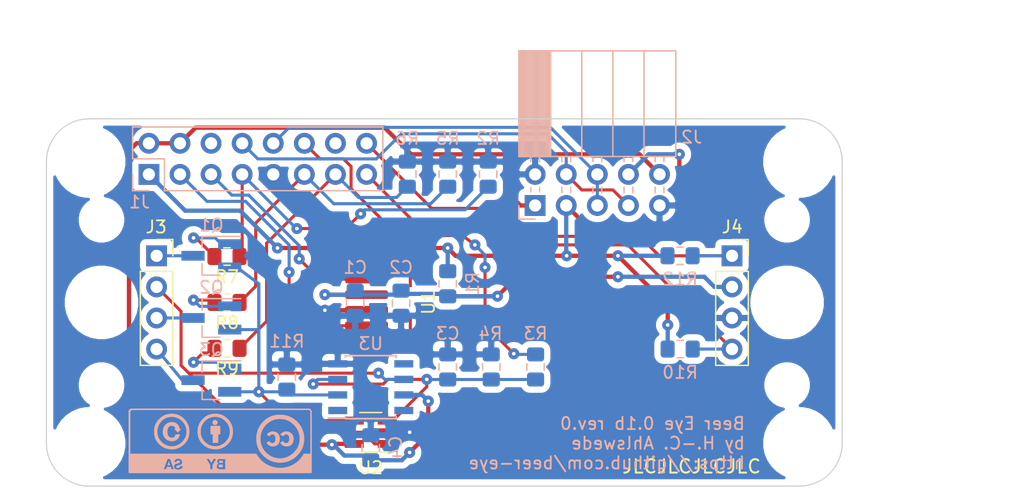
<source format=kicad_pcb>
(kicad_pcb (version 20171130) (host pcbnew 5.1.0)
  (layers (0 F.Cu signal) (31 B.Cu signal) (34 B.Paste user) (35 F.Paste user) (36 B.SilkS user) (37 F.SilkS user) (38 B.Mask user) (39 F.Mask user) (44 Edge.Cuts user))
  (net 0 "")
  (net 1 GND)
  (net 2 +3.3VADC)
  (net 3 +3V3)
  (net 4 +5V)
  (net 5 SDA1)
  (net 6 SCL1)
  (net 7 SDA2)
  (net 8 SCL2)
  (net 9 LED_CURRENT)
  (net 10 "Net-(Q1-Pad2)")
  (net 11 LED1)
  (net 12 LED2)
  (net 13 LED3)
  (net 14 "Net-(Q1-Pad1)")
  (net 15 "Net-(Q2-Pad1)")
  (net 16 "Net-(Q3-Pad1)")
  (net 17 TXD)
  (net 18 RXD)
  (net 19 "Net-(C3-Pad2)")
  (net 20 "Net-(J3-Pad1)")
  (net 21 "Net-(J3-Pad2)")
  (net 22 "Net-(J3-Pad3)")
  (net 23 "Net-(J3-Pad4)")
  (module Photometer:Photometer (layer F.Cu) (at 140.75 115 180)
    (fp_text reference A1 hide)
    (fp_text value Photometer)
    (pad "" np_thru_hole circle (at 36.25 -6.75 180) (size 2.7 2.7) (drill 2.7) (layers *.Cu *.Mask) (clearance 0.001))
    (pad "" np_thru_hole circle (at 36.25 6.75 180) (size 2.7 2.7) (drill 2.7) (layers *.Cu *.Mask) (clearance 0.001))
    (pad "" np_thru_hole circle (at -19.75 6.75 180) (size 2.7 2.7) (drill 2.7) (layers *.Cu *.Mask) (clearance 0.001))
    (pad "" np_thru_hole circle (at -19.75 -6.75 180) (size 2.7 2.7) (drill 2.7) (layers *.Cu *.Mask) (clearance 0.001))
    (pad "" np_thru_hole circle (at -19.75 0 180) (size 2.7 2.7) (drill 2.7) (layers *.Mask B.Cu) (clearance 1.65))
    (pad "" np_thru_hole circle (at 36.25 0 180) (size 2.7 2.7) (drill 2.7) (layers *.Mask B.Cu) (clearance 1.65))
  )
  (module Connector_PinSocket_2.54mm:PinSocket_2x05_P2.54mm_Horizontal (layer B.Cu) (at 139.92 107.08 270)
    (fp_text reference J2 (at -5.58 -12.78) (layer B.SilkS) (effects (justify mirror)))
    (fp_text value Extension)
    (pad 1 thru_hole rect (at 0 0 270) (size 1.7 1.7) (drill 1) (layers *.Cu *.Mask) (net 4 +5V))
    (pad 2 thru_hole oval (at -2.54 0 270) (size 1.7 1.7) (drill 1) (layers *.Cu *.Mask) (net 1 GND))
    (pad 3 thru_hole oval (at 0 -2.54 270) (size 1.7 1.7) (drill 1) (layers *.Cu *.Mask) (net 3 +3V3))
    (pad 4 thru_hole oval (at -2.54 -2.54 270) (size 1.7 1.7) (drill 1) (layers *.Cu *.Mask) (net 17 TXD))
    (pad 5 thru_hole oval (at 0 -5.08 270) (size 1.7 1.7) (drill 1) (layers *.Cu *.Mask) (net 18 RXD))
    (pad 6 thru_hole oval (at -2.54 -5.08 270) (size 1.7 1.7) (drill 1) (layers *.Cu *.Mask) (net 18 RXD))
    (pad 7 thru_hole oval (at 0 -7.62 270) (size 1.7 1.7) (drill 1) (layers *.Cu *.Mask) (net 17 TXD))
    (pad 8 thru_hole oval (at -2.54 -7.62 270) (size 1.7 1.7) (drill 1) (layers *.Cu *.Mask) (net 3 +3V3))
    (pad 9 thru_hole oval (at 0 -10.16 270) (size 1.7 1.7) (drill 1) (layers *.Cu *.Mask) (net 1 GND))
    (pad 10 thru_hole oval (at -2.54 -10.16 270) (size 1.7 1.7) (drill 1) (layers *.Cu *.Mask) (net 4 +5V))
  )
  (module Capacitor_SMD:C_0805_2012Metric_Pad1.15x1.40mm_HandSolder (layer B.Cu) (at 125.222 115.062 90)
    (fp_text reference C1 (at 2.921 0 180) (layer B.SilkS) (effects (justify mirror)))
    (fp_text value 100n)
    (pad 1 smd roundrect (at -1.025 0 90) (size 1.15 1.4) (layers B.Cu B.Paste B.Mask) (roundrect_rratio 0.217391) (net 1 GND))
    (pad 2 smd roundrect (at 1.025 0 90) (size 1.15 1.4) (layers B.Cu B.Paste B.Mask) (roundrect_rratio 0.217391) (net 2 +3.3VADC))
  )
  (module Capacitor_SMD:C_0805_2012Metric_Pad1.15x1.40mm_HandSolder (layer B.Cu) (at 128.9685 115.062 90)
    (fp_text reference C2 (at 2.921 0 -180) (layer B.SilkS) (effects (justify mirror)))
    (fp_text value 10u)
    (pad 1 smd roundrect (at -1.025 0 90) (size 1.15 1.4) (layers B.Cu B.Paste B.Mask) (roundrect_rratio 0.217391) (net 1 GND))
    (pad 2 smd roundrect (at 1.025 0 90) (size 1.15 1.4) (layers B.Cu B.Paste B.Mask) (roundrect_rratio 0.217391) (net 2 +3.3VADC))
  )
  (module Capacitor_SMD:C_0805_2012Metric_Pad1.15x1.40mm_HandSolder (layer B.Cu) (at 132.7785 120.269 270)
    (fp_text reference C3 (at -2.7305 0) (layer B.SilkS) (effects (justify mirror)))
    (fp_text value 10u)
    (pad 2 smd roundrect (at 1.025 0 270) (size 1.15 1.4) (layers B.Cu B.Paste B.Mask) (roundrect_rratio 0.217391) (net 19 "Net-(C3-Pad2)"))
    (pad 1 smd roundrect (at -1.025 0 270) (size 1.15 1.4) (layers B.Cu B.Paste B.Mask) (roundrect_rratio 0.217391) (net 1 GND))
  )
  (module Capacitor_SMD:C_0805_2012Metric_Pad1.15x1.40mm_HandSolder (layer B.Cu) (at 126.492 126.864 90)
    (fp_text reference C4 (at 0 2.032 90) (layer B.SilkS) (effects (justify mirror)))
    (fp_text value 100n)
    (pad 1 smd roundrect (at -1.025 0 90) (size 1.15 1.4) (layers B.Cu B.Paste B.Mask) (roundrect_rratio 0.217391) (net 4 +5V))
    (pad 2 smd roundrect (at 1.025 0 90) (size 1.15 1.4) (layers B.Cu B.Paste B.Mask) (roundrect_rratio 0.217391) (net 1 GND))
  )
  (module Resistor_SMD:R_0805_2012Metric_Pad1.15x1.40mm_HandSolder (layer B.Cu) (at 132.7785 113.4745 270)
    (fp_text reference R1 (at 0 -2.032 90) (layer B.SilkS) (effects (justify mirror)))
    (fp_text value 15)
    (pad 1 smd roundrect (at -1.025 0 270) (size 1.15 1.4) (layers B.Cu B.Paste B.Mask) (roundrect_rratio 0.217391) (net 3 +3V3))
    (pad 2 smd roundrect (at 1.025 0 270) (size 1.15 1.4) (layers B.Cu B.Paste B.Mask) (roundrect_rratio 0.217391) (net 2 +3.3VADC))
  )
  (module Resistor_SMD:R_0805_2012Metric_Pad1.15x1.40mm_HandSolder (layer B.Cu) (at 139.954 120.269 270)
    (fp_text reference R3 (at -2.7305 0) (layer B.SilkS) (effects (justify mirror)))
    (fp_text value 33k)
    (pad 1 smd roundrect (at -1.025 0 270) (size 1.15 1.4) (layers B.Cu B.Paste B.Mask) (roundrect_rratio 0.217391) (net 9 LED_CURRENT))
    (pad 2 smd roundrect (at 1.025 0 270) (size 1.15 1.4) (layers B.Cu B.Paste B.Mask) (roundrect_rratio 0.217391) (net 19 "Net-(C3-Pad2)"))
  )
  (module Resistor_SMD:R_0805_2012Metric_Pad1.15x1.40mm_HandSolder (layer B.Cu) (at 136.3345 120.269 90)
    (fp_text reference R4 (at 2.7305 -0.0635 180) (layer B.SilkS) (effects (justify mirror)))
    (fp_text value 3.3k)
    (pad 2 smd roundrect (at 1.025 0 90) (size 1.15 1.4) (layers B.Cu B.Paste B.Mask) (roundrect_rratio 0.217391) (net 1 GND))
    (pad 1 smd roundrect (at -1.025 0 90) (size 1.15 1.4) (layers B.Cu B.Paste B.Mask) (roundrect_rratio 0.217391) (net 19 "Net-(C3-Pad2)"))
  )
  (module Resistor_SMD:R_0805_2012Metric_Pad1.15x1.40mm_HandSolder (layer B.Cu) (at 119.634 121.0945 90)
    (fp_text reference R11 (at 2.921 0 180) (layer B.SilkS) (effects (justify mirror)))
    (fp_text value 15)
    (pad 2 smd roundrect (at 1.025 0 90) (size 1.15 1.4) (layers B.Cu B.Paste B.Mask) (roundrect_rratio 0.217391) (net 1 GND))
    (pad 1 smd roundrect (at -1.025 0 90) (size 1.15 1.4) (layers B.Cu B.Paste B.Mask) (roundrect_rratio 0.217391) (net 10 "Net-(Q1-Pad2)"))
  )
  (module MountingHole:MountingHole_2.7mm_M2.5 (layer F.Cu) (at 103.5 103.5)
    (fp_text reference MH1 hide)
    (fp_text value "MountingHole M2.5")
    (pad "" np_thru_hole circle (at 0 0) (size 2.7 2.7) (drill 2.7) (layers *.Cu *.Mask) (clearance 1.6))
  )
  (module MountingHole:MountingHole_2.7mm_M2.5 (layer F.Cu) (at 161.5 103.5)
    (fp_text reference MH2 hide)
    (fp_text value "MountingHole M2.5")
    (pad "" np_thru_hole circle (at 0 0) (size 2.7 2.7) (drill 2.7) (layers *.Cu *.Mask) (clearance 1.6))
  )
  (module MountingHole:MountingHole_2.7mm_M2.5 (layer F.Cu) (at 161.5 126.5)
    (fp_text reference MH3 hide)
    (fp_text value "MountingHole M2.5")
    (pad "" np_thru_hole circle (at 0 0) (size 2.7 2.7) (drill 2.7) (layers *.Cu *.Mask) (clearance 1.6))
  )
  (module MountingHole:MountingHole_2.7mm_M2.5 (layer F.Cu) (at 103.5 126.5)
    (fp_text reference MH4 hide)
    (fp_text value "MountingHole M2.5")
    (pad "" np_thru_hole circle (at 0 0) (size 2.7 2.7) (drill 2.7) (layers *.Cu *.Mask) (clearance 1.6))
  )
  (module Resistor_SMD:R_0805_2012Metric_Pad1.15x1.40mm_HandSolder (layer B.Cu) (at 151.765 118.8085)
    (fp_text reference R10 (at 0 1.905) (layer B.SilkS) (effects (justify mirror)))
    (fp_text value 3.3k)
    (pad 2 smd roundrect (at 1.025 0) (size 1.15 1.4) (layers B.Cu B.Paste B.Mask) (roundrect_rratio 0.217391) (net 5 SDA1))
    (pad 1 smd roundrect (at -1.025 0) (size 1.15 1.4) (layers B.Cu B.Paste B.Mask) (roundrect_rratio 0.217391) (net 3 +3V3))
  )
  (module Resistor_SMD:R_0805_2012Metric_Pad1.15x1.40mm_HandSolder (layer B.Cu) (at 151.756 111.1885)
    (fp_text reference R12 (at 0 1.905) (layer B.SilkS) (effects (justify mirror)))
    (fp_text value 3.3k)
    (pad 1 smd roundrect (at -1.025 0) (size 1.15 1.4) (layers B.Cu B.Paste B.Mask) (roundrect_rratio 0.217391) (net 3 +3V3))
    (pad 2 smd roundrect (at 1.025 0) (size 1.15 1.4) (layers B.Cu B.Paste B.Mask) (roundrect_rratio 0.217391) (net 6 SCL1))
  )
  (module Connector_PinSocket_2.54mm:PinSocket_2x08_P2.54mm_Vertical (layer B.Cu) (at 108.37 104.54 270)
    (fp_text reference J1 (at 2.26 0.77) (layer B.SilkS) (effects (justify mirror)))
    (fp_text value RaspberryPi)
    (pad 1 thru_hole rect (at 0 0 270) (size 1.7 1.7) (drill 1) (layers *.Cu *.Mask) (net 3 +3V3))
    (pad 2 thru_hole oval (at -2.54 0 270) (size 1.7 1.7) (drill 1) (layers *.Cu *.Mask) (net 4 +5V))
    (pad 3 thru_hole oval (at 0 -2.54 270) (size 1.7 1.7) (drill 1) (layers *.Cu *.Mask) (net 7 SDA2))
    (pad 4 thru_hole oval (at -2.54 -2.54 270) (size 1.7 1.7) (drill 1) (layers *.Cu *.Mask) (net 4 +5V))
    (pad 5 thru_hole oval (at 0 -5.08 270) (size 1.7 1.7) (drill 1) (layers *.Cu *.Mask) (net 8 SCL2))
    (pad 6 thru_hole oval (at -2.54 -5.08 270) (size 1.7 1.7) (drill 1) (layers *.Cu *.Mask))
    (pad 7 thru_hole oval (at 0 -7.62 270) (size 1.7 1.7) (drill 1) (layers *.Cu *.Mask) (net 11 LED1))
    (pad 8 thru_hole oval (at -2.54 -7.62 270) (size 1.7 1.7) (drill 1) (layers *.Cu *.Mask) (net 17 TXD))
    (pad 9 thru_hole oval (at 0 -10.16 270) (size 1.7 1.7) (drill 1) (layers *.Cu *.Mask) (net 1 GND))
    (pad 10 thru_hole oval (at -2.54 -10.16 270) (size 1.7 1.7) (drill 1) (layers *.Cu *.Mask) (net 18 RXD))
    (pad 11 thru_hole oval (at 0 -12.7 270) (size 1.7 1.7) (drill 1) (layers *.Cu *.Mask) (net 12 LED2))
    (pad 12 thru_hole oval (at -2.54 -12.7 270) (size 1.7 1.7) (drill 1) (layers *.Cu *.Mask) (net 9 LED_CURRENT))
    (pad 13 thru_hole oval (at 0 -15.24 270) (size 1.7 1.7) (drill 1) (layers *.Cu *.Mask) (net 13 LED3))
    (pad 14 thru_hole oval (at -2.54 -15.24 270) (size 1.7 1.7) (drill 1) (layers *.Cu *.Mask))
    (pad 15 thru_hole oval (at 0 -17.78 270) (size 1.7 1.7) (drill 1) (layers *.Cu *.Mask) (net 5 SDA1))
    (pad 16 thru_hole oval (at -2.54 -17.78 270) (size 1.7 1.7) (drill 1) (layers *.Cu *.Mask) (net 6 SCL1))
  )
  (module VEML:VEML7700_HandSoldering (layer F.Cu) (at 128.45 115 90)
    (fp_text reference U1 (at 0 2.75 90) (layer F.SilkS))
    (fp_text value VEML7700)
    (pad ~ smd rect (at 2.5 1.275 90) (size 2.5 0.25) (layers F.Cu F.Paste F.Mask))
    (pad ~ smd rect (at -2.5 1.275 90) (size 2.5 0.25) (layers F.Cu F.Paste F.Mask))
    (pad ~ smd rect (at 3.625 -0.45 90) (size 0.25 3.35) (drill (offset 0 0.175)) (layers F.Cu F.Paste F.Mask))
    (pad ~ smd rect (at -3.625 -0.45 90) (size 0.25 3.35) (drill (offset 0 0.175)) (layers F.Cu F.Paste F.Mask))
    (pad 1 smd roundrect (at 1.905 -1.95 90) (size 0.7 3.5) (drill (offset 0 -0.35)) (layers F.Cu F.Paste F.Mask) (net 8 SCL2))
    (pad 2 smd roundrect (at 0.635 -1.95 90) (size 0.7 3.5) (drill (offset 0 -0.35)) (layers F.Cu F.Paste F.Mask) (net 2 +3.3VADC))
    (pad 4 smd roundrect (at -1.905 -1.95 90) (size 0.7 3.5) (drill (offset 0 -0.35)) (layers F.Cu F.Paste F.Mask) (net 7 SDA2))
    (pad 3 smd roundrect (at -0.635 -1.95 90) (size 0.7 3.5) (drill (offset 0 -0.35)) (layers F.Cu F.Paste F.Mask) (net 1 GND))
  )
  (module Connector_PinSocket_2.54mm:PinSocket_1x04_P2.54mm_Vertical (layer F.Cu) (at 109 111.19)
    (fp_text reference J3 (at -0.034 -2.351) (layer F.SilkS))
    (fp_text value RGB_LED)
    (pad 1 thru_hole rect (at 0 0) (size 1.7 1.7) (drill 1) (layers *.Cu *.Mask) (net 20 "Net-(J3-Pad1)"))
    (pad 2 thru_hole oval (at 0 2.54) (size 1.7 1.7) (drill 1) (layers *.Cu *.Mask) (net 21 "Net-(J3-Pad2)"))
    (pad 3 thru_hole oval (at 0 5.08) (size 1.7 1.7) (drill 1) (layers *.Cu *.Mask) (net 22 "Net-(J3-Pad3)"))
    (pad 4 thru_hole oval (at 0 7.62) (size 1.7 1.7) (drill 1) (layers *.Cu *.Mask) (net 23 "Net-(J3-Pad4)"))
  )
  (module Connector_PinSocket_2.54mm:PinSocket_1x04_P2.54mm_Vertical (layer F.Cu) (at 156 111.19)
    (fp_text reference J4 (at 0.0195 -2.351) (layer F.SilkS))
    (fp_text value TransSensor)
    (pad 1 thru_hole rect (at 0 0) (size 1.7 1.7) (drill 1) (layers *.Cu *.Mask) (net 6 SCL1))
    (pad 2 thru_hole oval (at 0 2.54) (size 1.7 1.7) (drill 1) (layers *.Cu *.Mask) (net 2 +3.3VADC))
    (pad 3 thru_hole oval (at 0 5.08) (size 1.7 1.7) (drill 1) (layers *.Cu *.Mask) (net 1 GND))
    (pad 4 thru_hole oval (at 0 7.62) (size 1.7 1.7) (drill 1) (layers *.Cu *.Mask) (net 5 SDA1))
  )
  (module Package_TO_SOT_SMD:SOT-23_Handsoldering (layer B.Cu) (at 113.4745 111.1885 180)
    (fp_text reference Q1 (at 0 2.5 180) (layer B.SilkS) (effects (justify mirror)))
    (fp_text value CPH3456)
    (pad 1 smd rect (at -1.5 0.95 180) (size 1.9 0.8) (layers B.Cu B.Paste B.Mask) (net 14 "Net-(Q1-Pad1)"))
    (pad 2 smd rect (at -1.5 -0.95 180) (size 1.9 0.8) (layers B.Cu B.Paste B.Mask) (net 10 "Net-(Q1-Pad2)"))
    (pad 3 smd rect (at 1.5 0 180) (size 1.9 0.8) (layers B.Cu B.Paste B.Mask) (net 20 "Net-(J3-Pad1)"))
  )
  (module Package_TO_SOT_SMD:SOT-23_Handsoldering (layer B.Cu) (at 113.4745 116.2685 180)
    (fp_text reference Q2 (at 0 2.5 180) (layer B.SilkS) (effects (justify mirror)))
    (fp_text value CPH3456)
    (pad 3 smd rect (at 1.5 0 180) (size 1.9 0.8) (layers B.Cu B.Paste B.Mask) (net 22 "Net-(J3-Pad3)"))
    (pad 2 smd rect (at -1.5 -0.95 180) (size 1.9 0.8) (layers B.Cu B.Paste B.Mask) (net 10 "Net-(Q1-Pad2)"))
    (pad 1 smd rect (at -1.5 0.95 180) (size 1.9 0.8) (layers B.Cu B.Paste B.Mask) (net 15 "Net-(Q2-Pad1)"))
  )
  (module Package_TO_SOT_SMD:SOT-23_Handsoldering (layer B.Cu) (at 113.4745 121.3485 180)
    (fp_text reference Q3 (at 0 2.5 180) (layer B.SilkS) (effects (justify mirror)))
    (fp_text value CPH3456)
    (pad 1 smd rect (at -1.5 0.95 180) (size 1.9 0.8) (layers B.Cu B.Paste B.Mask) (net 16 "Net-(Q3-Pad1)"))
    (pad 2 smd rect (at -1.5 -0.95 180) (size 1.9 0.8) (layers B.Cu B.Paste B.Mask) (net 10 "Net-(Q1-Pad2)"))
    (pad 3 smd rect (at 1.5 0 180) (size 1.9 0.8) (layers B.Cu B.Paste B.Mask) (net 23 "Net-(J3-Pad4)"))
  )
  (module Package_SO:SOIC-8_3.9x4.9mm_P1.27mm (layer B.Cu) (at 126.492 121.92)
    (fp_text reference U3 (at 0 -3.556) (layer B.SilkS) (effects (justify mirror)))
    (fp_text value OPA340UA)
    (pad 1 smd rect (at -2.7 1.905) (size 1.55 0.6) (layers B.Cu B.Paste B.Mask))
    (pad 2 smd rect (at -2.7 0.635) (size 1.55 0.6) (layers B.Cu B.Paste B.Mask) (net 10 "Net-(Q1-Pad2)"))
    (pad 3 smd rect (at -2.7 -0.635) (size 1.55 0.6) (layers B.Cu B.Paste B.Mask) (net 19 "Net-(C3-Pad2)"))
    (pad 4 smd rect (at -2.7 -1.905) (size 1.55 0.6) (layers B.Cu B.Paste B.Mask) (net 1 GND))
    (pad 5 smd rect (at 2.7 -1.905) (size 1.55 0.6) (layers B.Cu B.Paste B.Mask))
    (pad 6 smd rect (at 2.7 -0.635) (size 1.55 0.6) (layers B.Cu B.Paste B.Mask) (net 21 "Net-(J3-Pad2)"))
    (pad 7 smd rect (at 2.7 0.635) (size 1.55 0.6) (layers B.Cu B.Paste B.Mask) (net 4 +5V))
    (pad 8 smd rect (at 2.7 1.905) (size 1.55 0.6) (layers B.Cu B.Paste B.Mask))
  )
  (module Resistor_SMD:R_0805_2012Metric_Pad1.15x1.40mm_HandSolder (layer B.Cu) (at 136.0805 104.521 90)
    (fp_text reference R2 (at 2.921 0 180) (layer B.SilkS) (effects (justify mirror)))
    (fp_text value 33k)
    (pad 1 smd roundrect (at -1.025 0 90) (size 1.15 1.4) (layers B.Cu B.Paste B.Mask) (roundrect_rratio 0.217391) (net 11 LED1))
    (pad 2 smd roundrect (at 1.025 0 90) (size 1.15 1.4) (layers B.Cu B.Paste B.Mask) (roundrect_rratio 0.217391) (net 1 GND))
  )
  (module Resistor_SMD:R_0805_2012Metric_Pad1.15x1.40mm_HandSolder (layer B.Cu) (at 132.7785 104.521 90)
    (fp_text reference R5 (at 2.921 0 180) (layer B.SilkS) (effects (justify mirror)))
    (fp_text value 33k)
    (pad 2 smd roundrect (at 1.025 0 90) (size 1.15 1.4) (layers B.Cu B.Paste B.Mask) (roundrect_rratio 0.217391) (net 1 GND))
    (pad 1 smd roundrect (at -1.025 0 90) (size 1.15 1.4) (layers B.Cu B.Paste B.Mask) (roundrect_rratio 0.217391) (net 12 LED2))
  )
  (module Resistor_SMD:R_0805_2012Metric_Pad1.15x1.40mm_HandSolder (layer B.Cu) (at 129.4765 104.521 90)
    (fp_text reference R6 (at 2.921 0 180) (layer B.SilkS) (effects (justify mirror)))
    (fp_text value 33k)
    (pad 2 smd roundrect (at 1.025 0 90) (size 1.15 1.4) (layers B.Cu B.Paste B.Mask) (roundrect_rratio 0.217391) (net 1 GND))
    (pad 1 smd roundrect (at -1.025 0 90) (size 1.15 1.4) (layers B.Cu B.Paste B.Mask) (roundrect_rratio 0.217391) (net 13 LED3))
  )
  (module Resistor_SMD:R_0805_2012Metric_Pad1.15x1.40mm_HandSolder (layer F.Cu) (at 114.75 111.25 180)
    (fp_text reference R7 (at 0 -1.65 180) (layer F.SilkS))
    (fp_text value 33k)
    (pad 2 smd roundrect (at 1.025 0 180) (size 1.15 1.4) (layers F.Cu F.Paste F.Mask) (roundrect_rratio 0.217391) (net 14 "Net-(Q1-Pad1)"))
    (pad 1 smd roundrect (at -1.025 0 180) (size 1.15 1.4) (layers F.Cu F.Paste F.Mask) (roundrect_rratio 0.217391) (net 11 LED1))
  )
  (module Resistor_SMD:R_0805_2012Metric_Pad1.15x1.40mm_HandSolder (layer F.Cu) (at 114.75 115 180)
    (fp_text reference R8 (at 0 -1.65 180) (layer F.SilkS))
    (fp_text value 33k)
    (pad 1 smd roundrect (at -1.025 0 180) (size 1.15 1.4) (layers F.Cu F.Paste F.Mask) (roundrect_rratio 0.217391) (net 12 LED2))
    (pad 2 smd roundrect (at 1.025 0 180) (size 1.15 1.4) (layers F.Cu F.Paste F.Mask) (roundrect_rratio 0.217391) (net 15 "Net-(Q2-Pad1)"))
  )
  (module Resistor_SMD:R_0805_2012Metric_Pad1.15x1.40mm_HandSolder (layer F.Cu) (at 114.75 118.75 180)
    (fp_text reference R9 (at 0 -1.65 180) (layer F.SilkS))
    (fp_text value 33k)
    (pad 1 smd roundrect (at -1.025 0 180) (size 1.15 1.4) (layers F.Cu F.Paste F.Mask) (roundrect_rratio 0.217391) (net 13 LED3))
    (pad 2 smd roundrect (at 1.025 0 180) (size 1.15 1.4) (layers F.Cu F.Paste F.Mask) (roundrect_rratio 0.217391) (net 16 "Net-(Q3-Pad1)"))
  )
  (module Symbols:CC-BY-SA (layer B.Cu) (at 114.2 126.3 180)
    (fp_text reference G*** hide)
    (fp_text value LOGO hide)
  )
  (module Package_TO_SOT_SMD:SOT-23-5_HandSoldering (layer F.Cu) (at 126.492 125.603 180)
    (fp_text reference U2 (at 0 -2.9 180) (layer F.SilkS))
    (fp_text value OPA340NA)
    (pad 1 smd rect (at -1.35 -0.95 180) (size 1.56 0.65) (layers F.Cu F.Paste F.Mask) (net 21 "Net-(J3-Pad2)"))
    (pad 2 smd rect (at -1.35 0 180) (size 1.56 0.65) (layers F.Cu F.Paste F.Mask) (net 1 GND))
    (pad 3 smd rect (at -1.35 0.95 180) (size 1.56 0.65) (layers F.Cu F.Paste F.Mask) (net 19 "Net-(C3-Pad2)"))
    (pad 4 smd rect (at 1.35 0.95 180) (size 1.56 0.65) (layers F.Cu F.Paste F.Mask) (net 10 "Net-(Q1-Pad2)"))
    (pad 5 smd rect (at 1.35 -0.95 180) (size 1.56 0.65) (layers F.Cu F.Paste F.Mask) (net 4 +5V))
  )
  (gr_text JLCJLCJLCJLC (at 152.7 128.4) (layer F.SilkS) (effects (font (size 1.1 1.1) (thickness 0.16))))
  (gr_line (start 155.5 130) (end 161.5 130) (layer Edge.Cuts) (width 0.1))
  (gr_line (start 103.5 130) (end 109.5 130) (layer Edge.Cuts) (width 0.1))
  (gr_text "Beer Eye 0.1b rev.0\nby H.-C. Ahlswede\nhttps://github.com/beer-eye" (at 157.15 126.5) (layer B.SilkS) (effects (font (size 1 1)) (justify left mirror)))
  (gr_line (start 100 103.5) (end 100 126.5) (layer Edge.Cuts) (width 0.1))
  (gr_line (start 161.5 100) (end 103.5 100) (layer Edge.Cuts) (width 0.1))
  (gr_line (start 165 126.5) (end 165 103.5) (layer Edge.Cuts) (width 0.1))
  (gr_arc (start 103.5 103.5) (end 103.5 100) (angle -90) (layer Edge.Cuts) (width 0.1))
  (gr_arc (start 103.5 126.5) (end 100 126.5) (angle -90) (layer Edge.Cuts) (width 0.1))
  (gr_arc (start 161.5 103.5) (end 165 103.5) (angle -90) (layer Edge.Cuts) (width 0.1))
  (gr_arc (start 161.5 126.5) (end 161.5 130) (angle -90) (layer Edge.Cuts) (width 0.1))
  (gr_line (start 109.5 130) (end 155.5 130) (layer Edge.Cuts) (width 0.1))
  (segment (start 126.5 115.635) (end 126.4985 115.6335) (width 0.35) (layer F.Cu) (net 1))
  (via (at 122.7455 115.6335) (size 0.9) (drill 0.3) (layers F.Cu B.Cu) (net 1))
  (segment (start 126.4985 115.6335) (end 122.7455 115.6335) (width 0.35) (layer F.Cu) (net 1))
  (segment (start 127.842 125.603) (end 129.667 125.603) (width 0.35) (layer F.Cu) (net 1))
  (via (at 129.667 125.603) (size 0.9) (drill 0.3) (layers F.Cu B.Cu) (net 1))
  (via (at 122.7455 114.3635) (size 0.9) (drill 0.3) (layers F.Cu B.Cu) (net 2))
  (segment (start 122.747 114.365) (end 122.7455 114.3635) (width 0.35) (layer F.Cu) (net 2))
  (segment (start 126.05 114.365) (end 122.747 114.365) (width 0.35) (layer F.Cu) (net 2))
  (segment (start 125.222 114.037) (end 125.547 114.362) (width 0.35) (layer B.Cu) (net 2))
  (segment (start 125.222 114.037) (end 124.8835 114.3755) (width 0.35) (layer B.Cu) (net 2))
  (segment (start 124.8835 114.3755) (end 122.7455 114.3635) (width 0.35) (layer B.Cu) (net 2))
  (segment (start 128.6435 114.362) (end 125.42 114.362) (width 0.35) (layer B.Cu) (net 2))
  (segment (start 125.42 114.362) (end 125.222 114.037) (width 0.35) (layer B.Cu) (net 2))
  (segment (start 128.9685 114.037) (end 128.6435 114.362) (width 0.35) (layer B.Cu) (net 2))
  (segment (start 132.579 114.3) (end 132.7785 114.4995) (width 0.35) (layer B.Cu) (net 2))
  (segment (start 129.2315 114.3) (end 132.579 114.3) (width 0.35) (layer B.Cu) (net 2))
  (segment (start 128.9685 114.037) (end 129.2315 114.3) (width 0.35) (layer B.Cu) (net 2))
  (via (at 146.685 112.903) (size 0.9) (drill 0.3) (layers F.Cu B.Cu) (net 2))
  (segment (start 136.1985 114.4995) (end 132.7785 114.4995) (width 0.35) (layer B.Cu) (net 2))
  (segment (start 136.1985 114.4995) (end 136.8335 114.4995) (width 0.35) (layer B.Cu) (net 2))
  (via (at 136.8425 114.4905) (size 0.9) (drill 0.3) (layers F.Cu B.Cu) (net 2))
  (segment (start 136.8425 114.4905) (end 136.8335 114.4995) (width 0.35) (layer B.Cu) (net 2))
  (segment (start 136.8335 114.4995) (end 132.7785 114.4995) (width 0.35) (layer B.Cu) (net 2))
  (segment (start 156 113.73) (end 154.5605 113.73) (width 0.35) (layer B.Cu) (net 2))
  (segment (start 146.685 112.903) (end 153.7335 112.903) (width 0.35) (layer B.Cu) (net 2))
  (segment (start 153.7335 112.903) (end 154.5605 113.73) (width 0.35) (layer B.Cu) (net 2))
  (segment (start 138.43 112.903) (end 136.8425 114.4905) (width 0.35) (layer F.Cu) (net 2))
  (segment (start 146.685 112.903) (end 138.43 112.903) (width 0.35) (layer F.Cu) (net 2))
  (via (at 146.685 111.1885) (size 0.9) (drill 0.3) (layers F.Cu B.Cu) (net 3))
  (segment (start 146.685 111.1885) (end 150.74 111.1885) (width 0.35) (layer B.Cu) (net 3))
  (via (at 132.7785 110.5535) (size 0.9) (drill 0.3) (layers F.Cu B.Cu) (net 3))
  (segment (start 132.7785 110.5535) (end 132.7785 112.4495) (width 0.35) (layer B.Cu) (net 3))
  (via (at 118.872 110.5535) (size 0.9) (drill 0.3) (layers F.Cu B.Cu) (net 3))
  (segment (start 118.872 110.5535) (end 132.7785 110.5535) (width 0.35) (layer F.Cu) (net 3))
  (segment (start 150.74 118.8085) (end 150.749 118.7995) (width 0.35) (layer B.Cu) (net 3))
  (segment (start 150.749 116.84) (end 150.749 116.84) (width 0.35) (layer F.Cu) (net 3))
  (via (at 150.749 116.84) (size 0.9) (drill 0.3) (layers F.Cu B.Cu) (net 3))
  (segment (start 150.749 118.7995) (end 150.749 116.84) (width 0.35) (layer B.Cu) (net 3))
  (segment (start 118.872 110.5535) (end 115.824 107.5055) (width 0.35) (layer B.Cu) (net 3))
  (segment (start 111.3355 107.5055) (end 115.824 107.5055) (width 0.35) (layer B.Cu) (net 3))
  (segment (start 108.37 104.54) (end 111.3355 107.5055) (width 0.35) (layer B.Cu) (net 3))
  (segment (start 133.4135 111.1885) (end 132.7785 110.5535) (width 0.35) (layer F.Cu) (net 3))
  (segment (start 142.46 107.08) (end 144.08 108.7) (width 0.35) (layer F.Cu) (net 3))
  (segment (start 144.08 108.7) (end 150.7 108.7) (width 0.35) (layer F.Cu) (net 3))
  (segment (start 150.7 108.7) (end 151.7 107.7) (width 0.35) (layer F.Cu) (net 3))
  (via (at 151.7 102.9) (size 0.9) (drill 0.3) (layers F.Cu B.Cu) (net 3))
  (segment (start 151.7 107.7) (end 151.7 102.9) (width 0.35) (layer F.Cu) (net 3))
  (segment (start 149.18 102.9) (end 147.54 104.54) (width 0.35) (layer B.Cu) (net 3))
  (segment (start 151.7 102.9) (end 149.18 102.9) (width 0.35) (layer B.Cu) (net 3))
  (via (at 142.494 111.1885) (size 0.9) (drill 0.3) (layers F.Cu B.Cu) (net 3))
  (segment (start 142.46 111.1545) (end 142.494 111.1885) (width 0.35) (layer B.Cu) (net 3))
  (segment (start 142.46 107.08) (end 142.46 111.1545) (width 0.35) (layer B.Cu) (net 3))
  (segment (start 146.685 111.1885) (end 142.494 111.1885) (width 0.35) (layer F.Cu) (net 3))
  (segment (start 142.494 111.1885) (end 133.4135 111.1885) (width 0.35) (layer F.Cu) (net 3))
  (segment (start 150.749 116.84) (end 150.749 115.2525) (width 0.35) (layer F.Cu) (net 3))
  (segment (start 150.749 115.2525) (end 146.685 111.1885) (width 0.35) (layer F.Cu) (net 3))
  (segment (start 107.3595 102) (end 108.37 102) (width 0.35) (layer F.Cu) (net 4))
  (segment (start 106.7435 102.616) (end 107.3595 102) (width 0.35) (layer F.Cu) (net 4))
  (segment (start 108.37 102) (end 110.91 102) (width 0.35) (layer F.Cu) (net 4))
  (segment (start 106.7435 106.7435) (end 106.7435 106.7435) (width 0.35) (layer F.Cu) (net 4))
  (segment (start 106.7435 106.7435) (end 106.7435 102.616) (width 0.35) (layer F.Cu) (net 4))
  (segment (start 148.44 102.9) (end 150.08 104.54) (width 0.35) (layer F.Cu) (net 4))
  (segment (start 138.3 102.9) (end 148.44 102.9) (width 0.35) (layer F.Cu) (net 4))
  (segment (start 111.759999 101.150001) (end 110.91 102) (width 0.35) (layer F.Cu) (net 4))
  (segment (start 112.185001 100.724999) (end 111.759999 101.150001) (width 0.35) (layer F.Cu) (net 4))
  (segment (start 129.8 102.9) (end 127.624999 100.724999) (width 0.35) (layer F.Cu) (net 4))
  (segment (start 127.624999 100.724999) (end 112.185001 100.724999) (width 0.35) (layer F.Cu) (net 4))
  (segment (start 138.3 102.9) (end 129.8 102.9) (width 0.35) (layer F.Cu) (net 4))
  (segment (start 138.72 107.08) (end 138.3 106.66) (width 0.35) (layer F.Cu) (net 4))
  (segment (start 139.92 107.08) (end 138.72 107.08) (width 0.35) (layer F.Cu) (net 4))
  (segment (start 138.3 106.66) (end 138.3 102.9) (width 0.35) (layer F.Cu) (net 4))
  (segment (start 126.873 127.508) (end 126.492 127.889) (width 0.35) (layer B.Cu) (net 4))
  (segment (start 126.111 127.508) (end 126.492 127.889) (width 0.35) (layer B.Cu) (net 4))
  (segment (start 123.444 126.619) (end 124.333 127.508) (width 0.35) (layer B.Cu) (net 4))
  (segment (start 124.333 127.508) (end 126.111 127.508) (width 0.35) (layer B.Cu) (net 4))
  (segment (start 114.173 126.619) (end 106.7435 119.1895) (width 0.35) (layer F.Cu) (net 4))
  (segment (start 106.7435 119.1895) (end 106.7435 118.872) (width 0.35) (layer F.Cu) (net 4))
  (segment (start 106.7435 118.872) (end 106.7435 102.616) (width 0.35) (layer F.Cu) (net 4))
  (segment (start 123.444 126.619) (end 114.173 126.619) (width 0.35) (layer F.Cu) (net 4))
  (via (at 123.317 126.619) (size 0.9) (drill 0.3) (layers F.Cu B.Cu) (net 4))
  (segment (start 123.51 126.553) (end 123.444 126.619) (width 0.35) (layer F.Cu) (net 4))
  (segment (start 125.142 126.553) (end 123.51 126.553) (width 0.35) (layer F.Cu) (net 4))
  (via (at 129.667 127.254) (size 0.9) (drill 0.3) (layers F.Cu B.Cu) (net 4))
  (segment (start 126.492 127.889) (end 129.032 127.889) (width 0.35) (layer B.Cu) (net 4))
  (segment (start 129.032 127.889) (end 129.667 127.254) (width 0.35) (layer B.Cu) (net 4))
  (segment (start 129.667 127.254) (end 131.191 125.73) (width 0.35) (layer F.Cu) (net 4))
  (via (at 131.191 123.063) (size 0.9) (drill 0.3) (layers F.Cu B.Cu) (net 4))
  (segment (start 131.191 125.73) (end 131.191 123.063) (width 0.35) (layer F.Cu) (net 4))
  (segment (start 130.683 122.555) (end 131.191 123.063) (width 0.35) (layer B.Cu) (net 4))
  (segment (start 129.192 122.555) (end 130.683 122.555) (width 0.35) (layer B.Cu) (net 4))
  (segment (start 152.79 118.8085) (end 155.9985 118.8085) (width 0.25) (layer B.Cu) (net 5))
  (segment (start 155.9985 118.8085) (end 156 118.81) (width 0.25) (layer B.Cu) (net 5))
  (segment (start 156 118.81) (end 147.745 110.555) (width 0.25) (layer F.Cu) (net 5))
  (segment (start 126.15 104.54) (end 130.068 108.458) (width 0.25) (layer F.Cu) (net 5))
  (segment (start 130.068 108.458) (end 135.258 108.458) (width 0.25) (layer F.Cu) (net 5))
  (segment (start 147.745 110.555) (end 147.49 110.3) (width 0.25) (layer F.Cu) (net 5))
  (segment (start 147.49 110.3) (end 137.1 110.3) (width 0.25) (layer F.Cu) (net 5))
  (segment (start 137.1 110.3) (end 135.258 108.458) (width 0.25) (layer F.Cu) (net 5))
  (segment (start 152.79 111.1885) (end 155.9985 111.1885) (width 0.25) (layer B.Cu) (net 6))
  (segment (start 155.9985 111.1885) (end 156 111.19) (width 0.25) (layer B.Cu) (net 6))
  (segment (start 126.15 102) (end 131.465 107.315) (width 0.25) (layer F.Cu) (net 6))
  (segment (start 131.465 107.315) (end 135.215 107.315) (width 0.25) (layer F.Cu) (net 6))
  (segment (start 150.052 111.19) (end 156 111.19) (width 0.25) (layer F.Cu) (net 6))
  (segment (start 149.731 110.869) (end 150.052 111.19) (width 0.25) (layer F.Cu) (net 6))
  (segment (start 149.731 110.869) (end 148.462 109.6) (width 0.25) (layer F.Cu) (net 6))
  (segment (start 148.462 109.6) (end 137.5 109.6) (width 0.25) (layer F.Cu) (net 6))
  (segment (start 137.5 109.6) (end 135.215 107.315) (width 0.25) (layer F.Cu) (net 6))
  (segment (start 116.2685 106.7435) (end 113.1135 106.7435) (width 0.25) (layer B.Cu) (net 7))
  (segment (start 119.8245 112.522) (end 119.8245 114.1095) (width 0.25) (layer F.Cu) (net 7))
  (via (at 119.8245 112.522) (size 0.9) (drill 0.3) (layers F.Cu B.Cu) (net 7))
  (segment (start 119.8245 110.2995) (end 116.2685 106.7435) (width 0.25) (layer B.Cu) (net 7))
  (segment (start 119.8245 112.522) (end 119.8245 110.2995) (width 0.25) (layer B.Cu) (net 7))
  (segment (start 110.91 104.54) (end 113.1135 106.7435) (width 0.25) (layer B.Cu) (net 7))
  (segment (start 126.5 116.905) (end 122.62 116.905) (width 0.25) (layer F.Cu) (net 7))
  (segment (start 122.62 116.905) (end 119.8245 114.1095) (width 0.25) (layer F.Cu) (net 7))
  (via (at 120.65 111.4425) (size 0.9) (drill 0.3) (layers F.Cu B.Cu) (net 8))
  (segment (start 120.65 111.4425) (end 122.3025 113.095) (width 0.25) (layer F.Cu) (net 8))
  (segment (start 122.3025 113.095) (end 126.5 113.095) (width 0.25) (layer F.Cu) (net 8))
  (segment (start 115.1455 106.2355) (end 113.45 104.54) (width 0.25) (layer B.Cu) (net 8))
  (segment (start 115.1455 106.2355) (end 116.5225 106.2355) (width 0.25) (layer B.Cu) (net 8))
  (segment (start 120.65 111.4425) (end 120.65 110.363) (width 0.25) (layer B.Cu) (net 8))
  (segment (start 120.65 110.363) (end 116.5225 106.2355) (width 0.25) (layer B.Cu) (net 8))
  (segment (start 128.7145 109.5375) (end 124.88418 105.70718) (width 0.25) (layer F.Cu) (net 9))
  (segment (start 121.07 102) (end 122.34132 103.27132) (width 0.25) (layer F.Cu) (net 9))
  (segment (start 133.985 109.5375) (end 128.7145 109.5375) (width 0.25) (layer F.Cu) (net 9))
  (segment (start 135.001 110.2995) (end 133.985 109.5375) (width 0.25) (layer F.Cu) (net 9))
  (via (at 135.001 110.2995) (size 0.9) (drill 0.3) (layers F.Cu B.Cu) (net 9))
  (segment (start 124.88418 103.89616) (end 124.88418 105.70718) (width 0.25) (layer F.Cu) (net 9))
  (segment (start 124.25934 103.27132) (end 124.88418 103.89616) (width 0.25) (layer F.Cu) (net 9))
  (segment (start 122.34132 103.27132) (end 124.25934 103.27132) (width 0.25) (layer F.Cu) (net 9))
  (via (at 138.176 119.1895) (size 0.9) (drill 0.3) (layers F.Cu B.Cu) (net 9))
  (segment (start 138.176 119.1895) (end 138.2305 119.244) (width 0.25) (layer B.Cu) (net 9))
  (segment (start 138.2305 119.244) (end 139.954 119.244) (width 0.25) (layer B.Cu) (net 9))
  (segment (start 135.001 110.2995) (end 135.8265 111.125) (width 0.25) (layer B.Cu) (net 9))
  (segment (start 135.8265 116.84) (end 138.176 119.1895) (width 0.25) (layer F.Cu) (net 9))
  (segment (start 135.8265 112.141) (end 135.8265 116.84) (width 0.25) (layer F.Cu) (net 9))
  (via (at 135.8265 112.141) (size 0.9) (drill 0.3) (layers F.Cu B.Cu) (net 9))
  (segment (start 135.8265 111.125) (end 135.8265 112.141) (width 0.25) (layer B.Cu) (net 9))
  (segment (start 117.348 113.4745) (end 117.348 117.2185) (width 0.25) (layer B.Cu) (net 10))
  (segment (start 117.348 117.2185) (end 117.348 120.9675) (width 0.25) (layer B.Cu) (net 10))
  (segment (start 117.348 120.9675) (end 117.348 121.031) (width 0.25) (layer B.Cu) (net 10))
  (segment (start 114.9745 117.2185) (end 117.348 117.2185) (width 0.25) (layer B.Cu) (net 10))
  (segment (start 114.9745 112.1385) (end 115.5675 112.1385) (width 0.25) (layer B.Cu) (net 10))
  (segment (start 115.5675 112.1385) (end 117.348 113.4745) (width 0.25) (layer B.Cu) (net 10))
  (segment (start 117.348 121.031) (end 117.348 113.4745) (width 0.25) (layer B.Cu) (net 10))
  (segment (start 114.9745 122.2985) (end 117.348 122.2985) (width 0.25) (layer B.Cu) (net 10))
  (segment (start 117.348 120.9675) (end 117.348 122.2985) (width 0.25) (layer B.Cu) (net 10))
  (segment (start 119.634 122.1195) (end 120.0695 122.555) (width 0.25) (layer B.Cu) (net 10))
  (segment (start 120.0695 122.555) (end 123.792 122.555) (width 0.25) (layer B.Cu) (net 10))
  (segment (start 119.634 122.1195) (end 119.455 122.2985) (width 0.25) (layer B.Cu) (net 10))
  (segment (start 119.455 122.2985) (end 117.348 122.2985) (width 0.25) (layer B.Cu) (net 10))
  (via (at 117.348 122.2985) (size 0.9) (drill 0.3) (layers F.Cu B.Cu) (net 10))
  (segment (start 125.142 124.653) (end 119.7025 124.653) (width 0.25) (layer F.Cu) (net 10))
  (segment (start 119.7025 124.653) (end 117.348 122.2985) (width 0.25) (layer F.Cu) (net 10))
  (segment (start 115.99 104.54) (end 120.416 108.966) (width 0.25) (layer B.Cu) (net 11))
  (segment (start 124.46 108.966) (end 120.4595 108.966) (width 0.25) (layer F.Cu) (net 11))
  (segment (start 125.6665 107.7595) (end 124.46 108.966) (width 0.25) (layer F.Cu) (net 11))
  (via (at 125.6665 107.7595) (size 0.9) (drill 0.3) (layers F.Cu B.Cu) (net 11))
  (via (at 120.4595 108.966) (size 0.9) (drill 0.3) (layers F.Cu B.Cu) (net 11))
  (segment (start 120.416 108.966) (end 120.4595 108.966) (width 0.25) (layer B.Cu) (net 11))
  (segment (start 115.775 111.25) (end 115.99 111.035) (width 0.25) (layer F.Cu) (net 11))
  (segment (start 115.99 111.035) (end 115.99 104.54) (width 0.25) (layer F.Cu) (net 11))
  (segment (start 136.0805 105.546) (end 134.192498 107.434002) (width 0.25) (layer B.Cu) (net 11))
  (segment (start 125.991998 107.434002) (end 125.6665 107.7595) (width 0.25) (layer B.Cu) (net 11))
  (segment (start 134.192498 107.434002) (end 125.991998 107.434002) (width 0.25) (layer B.Cu) (net 11))
  (segment (start 121.07 104.54) (end 123.464 106.934) (width 0.25) (layer B.Cu) (net 12))
  (segment (start 115.775 115) (end 117.094 113.681) (width 0.25) (layer F.Cu) (net 12))
  (segment (start 117.5385 108.0715) (end 117.5385 108.0715) (width 0.25) (layer F.Cu) (net 12))
  (segment (start 117.5385 108.0715) (end 121.07 104.54) (width 0.25) (layer F.Cu) (net 12))
  (segment (start 117.5385 108.0715) (end 117.094 108.516) (width 0.25) (layer F.Cu) (net 12))
  (segment (start 117.094 108.516) (end 117.094 113.681) (width 0.25) (layer F.Cu) (net 12))
  (segment (start 132.7785 105.546) (end 131.3905 106.934) (width 0.25) (layer B.Cu) (net 12))
  (segment (start 131.3905 106.934) (end 123.464 106.934) (width 0.25) (layer B.Cu) (net 12))
  (segment (start 123.61 104.54) (end 125.496 106.426) (width 0.25) (layer B.Cu) (net 13))
  (segment (start 125.496 106.426) (end 125.496 106.426) (width 0.25) (layer B.Cu) (net 13))
  (segment (start 117.983 110.167) (end 123.61 104.54) (width 0.25) (layer F.Cu) (net 13))
  (segment (start 115.775 118.75) (end 117.86575 116.65925) (width 0.25) (layer F.Cu) (net 13))
  (segment (start 117.86575 116.65925) (end 117.983 116.542) (width 0.25) (layer F.Cu) (net 13))
  (segment (start 117.983 116.542) (end 117.983 110.167) (width 0.25) (layer F.Cu) (net 13))
  (segment (start 125.496 106.426) (end 128.5965 106.426) (width 0.25) (layer B.Cu) (net 13))
  (segment (start 128.5965 106.426) (end 129.4765 105.546) (width 0.25) (layer B.Cu) (net 13))
  (segment (start 114.3025 110.2385) (end 114.9745 110.2385) (width 0.25) (layer B.Cu) (net 14))
  (segment (start 113.792 109.728) (end 114.3025 110.2385) (width 0.25) (layer B.Cu) (net 14))
  (segment (start 112.014 109.728) (end 113.792 109.728) (width 0.25) (layer B.Cu) (net 14))
  (via (at 112.014 109.728) (size 0.9) (drill 0.3) (layers F.Cu B.Cu) (net 14))
  (segment (start 112.014 109.728) (end 112.203 109.728) (width 0.25) (layer F.Cu) (net 14))
  (segment (start 112.203 109.728) (end 113.725 111.25) (width 0.25) (layer F.Cu) (net 14))
  (segment (start 113.725 115) (end 113.533 114.808) (width 0.25) (layer F.Cu) (net 15))
  (segment (start 112.5245 115.3185) (end 114.9745 115.3185) (width 0.25) (layer B.Cu) (net 15))
  (segment (start 112.014 114.808) (end 112.5245 115.3185) (width 0.25) (layer B.Cu) (net 15))
  (via (at 112.014 114.808) (size 0.9) (drill 0.3) (layers F.Cu B.Cu) (net 15))
  (segment (start 113.533 114.808) (end 112.014 114.808) (width 0.25) (layer F.Cu) (net 15))
  (segment (start 114.4295 120.3985) (end 114.9745 120.3985) (width 0.25) (layer B.Cu) (net 16))
  (segment (start 113.919 119.888) (end 114.4295 120.3985) (width 0.25) (layer B.Cu) (net 16))
  (segment (start 112.014 119.888) (end 113.919 119.888) (width 0.25) (layer B.Cu) (net 16))
  (via (at 112.014 119.888) (size 0.9) (drill 0.3) (layers F.Cu B.Cu) (net 16))
  (segment (start 112.014 119.888) (end 112.776 119.126) (width 0.25) (layer F.Cu) (net 16))
  (segment (start 113.349 119.126) (end 113.725 118.75) (width 0.25) (layer F.Cu) (net 16))
  (segment (start 112.776 119.126) (end 113.349 119.126) (width 0.25) (layer F.Cu) (net 16))
  (segment (start 146.27 105.81) (end 143.73 105.81) (width 0.25) (layer F.Cu) (net 17))
  (segment (start 147.54 107.08) (end 146.27 105.81) (width 0.25) (layer F.Cu) (net 17))
  (segment (start 143.73 105.81) (end 142.46 104.54) (width 0.25) (layer F.Cu) (net 17))
  (segment (start 140.95 101.225) (end 142.46 102.735) (width 0.25) (layer B.Cu) (net 17))
  (segment (start 142.46 102.735) (end 142.46 104.54) (width 0.25) (layer B.Cu) (net 17))
  (segment (start 129 101.225) (end 140.95 101.225) (width 0.25) (layer B.Cu) (net 17))
  (segment (start 126.95 103.275) (end 129 101.225) (width 0.25) (layer B.Cu) (net 17))
  (segment (start 117.265 103.275) (end 126.95 103.275) (width 0.25) (layer B.Cu) (net 17))
  (segment (start 115.99 102) (end 117.265 103.275) (width 0.25) (layer B.Cu) (net 17))
  (segment (start 145 105.877919) (end 145 104.54) (width 0.25) (layer B.Cu) (net 18))
  (segment (start 145 107.08) (end 145 105.877919) (width 0.25) (layer B.Cu) (net 18))
  (segment (start 145 104.54) (end 141.16 100.7) (width 0.25) (layer B.Cu) (net 18))
  (segment (start 119.83 100.7) (end 118.53 102) (width 0.25) (layer B.Cu) (net 18))
  (segment (start 141.16 100.7) (end 119.83 100.7) (width 0.25) (layer B.Cu) (net 18))
  (segment (start 139.954 121.294) (end 136.3345 121.294) (width 0.25) (layer B.Cu) (net 19))
  (segment (start 132.7785 121.294) (end 136.3345 121.294) (width 0.25) (layer B.Cu) (net 19))
  (segment (start 132.7785 121.294) (end 131.073 121.294) (width 0.25) (layer B.Cu) (net 19))
  (segment (start 131.073 121.294) (end 131.064 121.285) (width 0.25) (layer B.Cu) (net 19))
  (via (at 131.064 121.285) (size 0.9) (drill 0.3) (layers F.Cu B.Cu) (net 19))
  (via (at 121.793 121.666) (size 0.9) (drill 0.3) (layers F.Cu B.Cu) (net 19))
  (segment (start 121.793 121.666) (end 122.174 121.285) (width 0.25) (layer B.Cu) (net 19))
  (segment (start 122.174 121.285) (end 123.792 121.285) (width 0.25) (layer B.Cu) (net 19))
  (segment (start 128.297 124.653) (end 131.064 121.886) (width 0.25) (layer F.Cu) (net 19))
  (segment (start 127.842 124.653) (end 128.297 124.653) (width 0.25) (layer F.Cu) (net 19))
  (segment (start 131.064 121.886) (end 131.064 121.285) (width 0.25) (layer F.Cu) (net 19))
  (segment (start 127.889 121.285) (end 127.508 121.666) (width 0.25) (layer F.Cu) (net 19))
  (segment (start 131.064 121.285) (end 127.889 121.285) (width 0.25) (layer F.Cu) (net 19))
  (segment (start 121.793 121.666) (end 127.508 121.666) (width 0.25) (layer F.Cu) (net 19))
  (segment (start 111.9745 111.1885) (end 109.0015 111.1885) (width 0.25) (layer B.Cu) (net 20))
  (segment (start 109.0015 111.1885) (end 109 111.19) (width 0.25) (layer B.Cu) (net 20))
  (segment (start 129.192 121.285) (end 127.635 121.285) (width 0.25) (layer B.Cu) (net 21))
  (segment (start 110.998 115.728) (end 109 113.73) (width 0.25) (layer F.Cu) (net 21))
  (segment (start 110.998 120.142) (end 110.998 115.728) (width 0.25) (layer F.Cu) (net 21))
  (segment (start 111.633 120.777) (end 110.998 120.142) (width 0.25) (layer F.Cu) (net 21))
  (segment (start 112.268 120.777) (end 111.633 120.777) (width 0.25) (layer F.Cu) (net 21))
  (segment (start 127.127 120.777) (end 112.268 120.777) (width 0.25) (layer F.Cu) (net 21))
  (via (at 127.127 120.777) (size 0.9) (drill 0.3) (layers F.Cu B.Cu) (net 21))
  (segment (start 127.635 121.285) (end 127.127 120.777) (width 0.25) (layer B.Cu) (net 21))
  (segment (start 126.812 126.553) (end 126.492 126.233) (width 0.25) (layer F.Cu) (net 21))
  (segment (start 127.842 126.553) (end 126.812 126.553) (width 0.25) (layer F.Cu) (net 21))
  (segment (start 126.492 126.233) (end 126.492 125.857) (width 0.25) (layer F.Cu) (net 21))
  (segment (start 126.492 125.857) (end 126.238 125.603) (width 0.25) (layer F.Cu) (net 21))
  (segment (start 116.459 125.603) (end 111.633 120.777) (width 0.25) (layer F.Cu) (net 21))
  (segment (start 126.238 125.603) (end 116.459 125.603) (width 0.25) (layer F.Cu) (net 21))
  (segment (start 111.9745 116.2685) (end 109.0015 116.2685) (width 0.25) (layer B.Cu) (net 22))
  (segment (start 109.0015 116.2685) (end 109 116.27) (width 0.25) (layer B.Cu) (net 22))
  (segment (start 111.094 121.3485) (end 109 118.81) (width 0.25) (layer B.Cu) (net 23))
  (segment (start 111.9745 121.3485) (end 111.094 121.3485) (width 0.25) (layer B.Cu) (net 23))
  (zone (net 1) (net_name GND) (layer B.Cu) (connect_pads (clearance 0.508)) (min_thickness 0.254) (fill yes (arc_segments 16) (thermal_gap 0.508) (thermal_bridge_width 0.508))
    (polygon (pts (xy 164.99926 129.999) (xy 99.99926 129.999) (xy 99.99926 99.999) (xy 164.99926 99.999)))
  )
)
</source>
